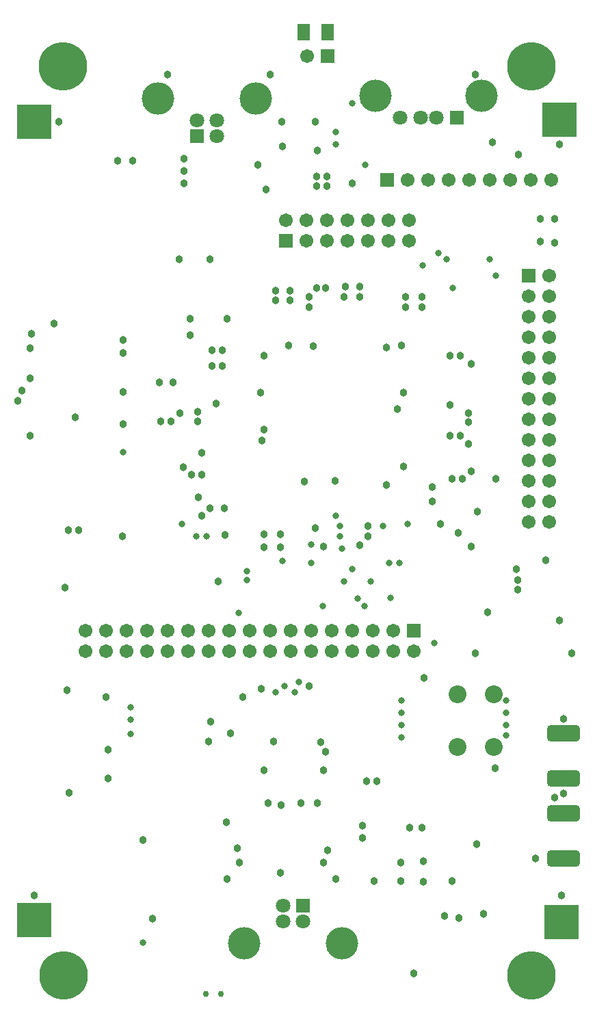
<source format=gbs>
G04*
G04 #@! TF.GenerationSoftware,Altium Limited,Altium Designer,20.0.13 (296)*
G04*
G04 Layer_Color=16711935*
%FSAX25Y25*%
%MOIN*%
G70*
G01*
G75*
%ADD40C,0.03000*%
%ADD52R,0.16800X0.16800*%
%ADD72C,0.03800*%
G04:AMPARAMS|DCode=73|XSize=76.9mil|YSize=157.61mil|CornerRadius=12.61mil|HoleSize=0mil|Usage=FLASHONLY|Rotation=90.000|XOffset=0mil|YOffset=0mil|HoleType=Round|Shape=RoundedRectangle|*
%AMROUNDEDRECTD73*
21,1,0.07690,0.13238,0,0,90.0*
21,1,0.05167,0.15761,0,0,90.0*
1,1,0.02522,0.06619,0.02584*
1,1,0.02522,0.06619,-0.02584*
1,1,0.02522,-0.06619,-0.02584*
1,1,0.02522,-0.06619,0.02584*
%
%ADD73ROUNDEDRECTD73*%
%ADD77R,0.05918X0.07887*%
%ADD79R,0.06706X0.06706*%
%ADD80C,0.06706*%
%ADD81C,0.23635*%
%ADD82C,0.08674*%
%ADD83C,0.07099*%
%ADD84R,0.07099X0.07099*%
%ADD85C,0.15761*%
%ADD86R,0.07099X0.07099*%
%ADD87R,0.06706X0.06706*%
%ADD119C,0.03200*%
D40*
X0276000Y0302000D02*
D03*
X0268500D02*
D03*
D52*
X0185000Y0338000D02*
D03*
X0442000Y0337000D02*
D03*
X0185000Y0727000D02*
D03*
X0441000Y0728000D02*
D03*
D72*
X0421000Y0711098D02*
D03*
X0225500Y0708098D02*
D03*
X0322638Y0695638D02*
D03*
X0327362Y0700362D02*
D03*
X0322638D02*
D03*
X0327362Y0695638D02*
D03*
X0431500Y0668500D02*
D03*
X0443000Y0436000D02*
D03*
Y0399500D02*
D03*
X0438500Y0397500D02*
D03*
X0429095Y0368094D02*
D03*
X0410000Y0553000D02*
D03*
X0383000Y0531000D02*
D03*
X0356575Y0549925D02*
D03*
X0434150Y0513150D02*
D03*
X0220000Y0446500D02*
D03*
X0274500Y0503000D02*
D03*
X0255500Y0660000D02*
D03*
X0270500D02*
D03*
X0294000Y0706000D02*
D03*
X0177000Y0591000D02*
D03*
X0323000Y0713000D02*
D03*
X0441000Y0484000D02*
D03*
X0364000Y0618000D02*
D03*
X0447000Y0468000D02*
D03*
X0327000Y0420000D02*
D03*
X0266500Y0535000D02*
D03*
X0228100Y0579500D02*
D03*
X0256000Y0585000D02*
D03*
X0257500Y0558500D02*
D03*
X0264500Y0581000D02*
D03*
X0266500Y0565500D02*
D03*
X0296000Y0571500D02*
D03*
X0228352Y0595248D02*
D03*
X0183000Y0602000D02*
D03*
X0228246Y0614146D02*
D03*
X0252500Y0600000D02*
D03*
X0183500Y0623500D02*
D03*
X0228100Y0620500D02*
D03*
X0197000Y0727000D02*
D03*
X0233000Y0708000D02*
D03*
X0261000Y0631000D02*
D03*
Y0623000D02*
D03*
X0258000Y0697000D02*
D03*
Y0703000D02*
D03*
Y0709000D02*
D03*
X0264500Y0585500D02*
D03*
X0271500Y0615500D02*
D03*
X0295327Y0594827D02*
D03*
X0297000Y0613000D02*
D03*
X0309000Y0618000D02*
D03*
X0302500Y0644500D02*
D03*
X0298000Y0694000D02*
D03*
X0306000Y0715000D02*
D03*
X0321000Y0617500D02*
D03*
X0356575Y0617075D02*
D03*
X0319000Y0641500D02*
D03*
X0327000Y0646000D02*
D03*
X0336500Y0646500D02*
D03*
X0408150Y0716850D02*
D03*
X0375000Y0456000D02*
D03*
X0242500Y0338500D02*
D03*
X0238000Y0377000D02*
D03*
X0221000Y0407000D02*
D03*
Y0421000D02*
D03*
X0366000Y0636500D02*
D03*
X0365000Y0559000D02*
D03*
X0326000Y0366000D02*
D03*
X0270000Y0425000D02*
D03*
X0285000Y0366000D02*
D03*
X0343500Y0520500D02*
D03*
X0365000Y0595000D02*
D03*
X0398000Y0609000D02*
D03*
X0396500Y0585000D02*
D03*
Y0580500D02*
D03*
Y0570000D02*
D03*
X0398000Y0556500D02*
D03*
X0401000Y0537000D02*
D03*
X0379000Y0542000D02*
D03*
X0362000Y0587000D02*
D03*
X0326000Y0520000D02*
D03*
X0305000Y0519500D02*
D03*
X0278000Y0525500D02*
D03*
X0179000Y0596000D02*
D03*
X0183000Y0574000D02*
D03*
X0297000Y0577000D02*
D03*
X0379000Y0549000D02*
D03*
X0398000Y0520000D02*
D03*
X0316500Y0551500D02*
D03*
X0266500Y0555000D02*
D03*
X0276500Y0608000D02*
D03*
X0206500Y0528000D02*
D03*
X0246500Y0581000D02*
D03*
X0347000Y0405500D02*
D03*
X0326016Y0410984D02*
D03*
X0324500Y0424500D02*
D03*
X0301500Y0425000D02*
D03*
X0278500Y0385500D02*
D03*
X0279000Y0358000D02*
D03*
X0332000D02*
D03*
X0305000Y0361000D02*
D03*
X0345000Y0384000D02*
D03*
X0314953Y0394953D02*
D03*
X0328000Y0372000D02*
D03*
X0331500Y0552000D02*
D03*
X0194500Y0628500D02*
D03*
X0385000Y0340000D02*
D03*
X0392000Y0339000D02*
D03*
X0374000Y0383000D02*
D03*
X0350500Y0357000D02*
D03*
X0404000Y0341000D02*
D03*
X0271000Y0434500D02*
D03*
X0297000Y0411000D02*
D03*
X0345000Y0378000D02*
D03*
X0370000Y0312000D02*
D03*
X0299000Y0395000D02*
D03*
X0305110Y0394110D02*
D03*
X0323000Y0395000D02*
D03*
X0340000Y0697000D02*
D03*
X0286500Y0446500D02*
D03*
X0183000Y0616500D02*
D03*
X0201500Y0528000D02*
D03*
X0228000Y0525000D02*
D03*
X0185000Y0350000D02*
D03*
X0442000D02*
D03*
X0441000Y0716000D02*
D03*
X0250000Y0750000D02*
D03*
X0300000D02*
D03*
X0400000D02*
D03*
X0279000Y0631000D02*
D03*
X0200000Y0500000D02*
D03*
X0201000Y0450000D02*
D03*
X0202000Y0400000D02*
D03*
X0400500Y0375000D02*
D03*
X0409500Y0412000D02*
D03*
X0319000Y0452000D02*
D03*
X0305500Y0727000D02*
D03*
X0400000Y0468000D02*
D03*
X0205000Y0583000D02*
D03*
X0284000Y0373000D02*
D03*
X0368000Y0383000D02*
D03*
X0352000Y0405500D02*
D03*
X0322000Y0727000D02*
D03*
X0406000Y0488000D02*
D03*
X0273500Y0589500D02*
D03*
X0309500Y0644500D02*
D03*
X0319000Y0636500D02*
D03*
X0322500Y0646000D02*
D03*
X0343500Y0641500D02*
D03*
X0302500Y0640000D02*
D03*
X0309500D02*
D03*
X0343500Y0646500D02*
D03*
X0366000Y0641500D02*
D03*
X0374000D02*
D03*
Y0636500D02*
D03*
X0246000Y0600000D02*
D03*
X0276500Y0615500D02*
D03*
X0271500Y0608000D02*
D03*
X0251500Y0581000D02*
D03*
X0261500Y0555000D02*
D03*
X0277500Y0538500D02*
D03*
X0265000Y0544000D02*
D03*
X0270500Y0538500D02*
D03*
X0305000Y0526000D02*
D03*
X0297000D02*
D03*
Y0519500D02*
D03*
X0322000Y0529000D02*
D03*
X0347500Y0525000D02*
D03*
Y0530000D02*
D03*
X0388500Y0553000D02*
D03*
X0393500D02*
D03*
X0387500Y0574000D02*
D03*
X0392500D02*
D03*
X0387500Y0589000D02*
D03*
Y0613000D02*
D03*
X0392500D02*
D03*
X0431500Y0679500D02*
D03*
X0438500Y0668000D02*
D03*
Y0679500D02*
D03*
X0295500Y0450500D02*
D03*
X0280500Y0429000D02*
D03*
X0336000Y0641500D02*
D03*
X0420500Y0503500D02*
D03*
Y0499000D02*
D03*
X0420000Y0509000D02*
D03*
X0391500Y0526500D02*
D03*
X0388500Y0357000D02*
D03*
X0374500Y0356500D02*
D03*
X0363500Y0357000D02*
D03*
Y0366000D02*
D03*
X0374500Y0366500D02*
D03*
D73*
X0443000Y0389906D02*
D03*
Y0368094D02*
D03*
Y0428905D02*
D03*
Y0407094D02*
D03*
D77*
X0327709Y0770500D02*
D03*
X0316291D02*
D03*
D79*
X0328000Y0759000D02*
D03*
X0307500Y0669000D02*
D03*
X0357000Y0698500D02*
D03*
X0370000Y0479000D02*
D03*
D80*
X0318000Y0759000D02*
D03*
X0307500Y0679000D02*
D03*
X0317500Y0669000D02*
D03*
Y0679000D02*
D03*
X0327500Y0669000D02*
D03*
Y0679000D02*
D03*
X0337500Y0669000D02*
D03*
Y0679000D02*
D03*
X0347500Y0669000D02*
D03*
Y0679000D02*
D03*
X0357500Y0669000D02*
D03*
Y0679000D02*
D03*
X0367500Y0669000D02*
D03*
Y0679000D02*
D03*
X0367000Y0698500D02*
D03*
X0437000D02*
D03*
X0427000D02*
D03*
X0417000D02*
D03*
X0407000D02*
D03*
X0397000D02*
D03*
X0387000D02*
D03*
X0377000D02*
D03*
X0370000Y0469000D02*
D03*
X0360000Y0479000D02*
D03*
Y0469000D02*
D03*
X0350000Y0479000D02*
D03*
Y0469000D02*
D03*
X0340000Y0479000D02*
D03*
Y0469000D02*
D03*
X0330000Y0479000D02*
D03*
Y0469000D02*
D03*
X0320000Y0479000D02*
D03*
Y0469000D02*
D03*
X0310000Y0479000D02*
D03*
Y0469000D02*
D03*
X0300000Y0479000D02*
D03*
Y0469000D02*
D03*
X0290000Y0479000D02*
D03*
Y0469000D02*
D03*
X0280000Y0479000D02*
D03*
Y0469000D02*
D03*
X0270000Y0479000D02*
D03*
Y0469000D02*
D03*
X0260000Y0479000D02*
D03*
Y0469000D02*
D03*
X0250000Y0479000D02*
D03*
Y0469000D02*
D03*
X0240000Y0479000D02*
D03*
Y0469000D02*
D03*
X0230000Y0479000D02*
D03*
Y0469000D02*
D03*
X0220000Y0479000D02*
D03*
Y0469000D02*
D03*
X0210000Y0479000D02*
D03*
Y0469000D02*
D03*
X0436000Y0532000D02*
D03*
X0426000D02*
D03*
X0436000Y0542000D02*
D03*
X0426000D02*
D03*
X0436000Y0552000D02*
D03*
X0426000D02*
D03*
X0436000Y0562000D02*
D03*
X0426000D02*
D03*
X0436000Y0572000D02*
D03*
X0426000D02*
D03*
X0436000Y0582000D02*
D03*
X0426000D02*
D03*
X0436000Y0592000D02*
D03*
X0426000D02*
D03*
X0436000Y0602000D02*
D03*
X0426000D02*
D03*
X0436000Y0612000D02*
D03*
X0426000D02*
D03*
X0436000Y0622000D02*
D03*
X0426000D02*
D03*
X0436000Y0632000D02*
D03*
X0426000D02*
D03*
X0436000Y0642000D02*
D03*
X0426000D02*
D03*
X0436000Y0652000D02*
D03*
D81*
X0199000Y0754000D02*
D03*
X0427098D02*
D03*
Y0311000D02*
D03*
X0199098D02*
D03*
D82*
X0391283Y0422409D02*
D03*
Y0448000D02*
D03*
X0409000Y0422409D02*
D03*
Y0448000D02*
D03*
D83*
X0373063Y0728858D02*
D03*
X0363221Y0728858D02*
D03*
X0380937Y0728858D02*
D03*
X0306079Y0345094D02*
D03*
X0315921Y0337221D02*
D03*
X0306079D02*
D03*
X0273921Y0727779D02*
D03*
X0264079D02*
D03*
X0273921Y0719906D02*
D03*
D84*
X0390779Y0728858D02*
D03*
D85*
X0402866Y0739528D02*
D03*
X0351134D02*
D03*
X0334701Y0326551D02*
D03*
X0287299D02*
D03*
X0292701Y0738449D02*
D03*
X0245299D02*
D03*
D86*
X0315921Y0345094D02*
D03*
X0264079Y0719906D02*
D03*
D87*
X0426000Y0652000D02*
D03*
D119*
X0382000Y0663000D02*
D03*
X0386000Y0660000D02*
D03*
X0415000Y0433000D02*
D03*
X0332000Y0722000D02*
D03*
Y0716000D02*
D03*
X0238000Y0327000D02*
D03*
X0319800Y0521000D02*
D03*
X0335000Y0519000D02*
D03*
X0334000Y0525000D02*
D03*
X0374250Y0657000D02*
D03*
X0320000Y0512000D02*
D03*
X0306000Y0513000D02*
D03*
X0336000Y0503000D02*
D03*
X0288500Y0503500D02*
D03*
X0349000Y0503000D02*
D03*
X0342500Y0494500D02*
D03*
X0346000Y0491000D02*
D03*
X0325500D02*
D03*
X0284500Y0487500D02*
D03*
X0332000Y0535000D02*
D03*
X0228100Y0566000D02*
D03*
X0269000Y0525000D02*
D03*
X0264000D02*
D03*
X0257000Y0531000D02*
D03*
X0334000Y0530000D02*
D03*
X0407000Y0660000D02*
D03*
X0410000Y0652000D02*
D03*
X0358000Y0512000D02*
D03*
X0340000Y0509000D02*
D03*
X0363000Y0512000D02*
D03*
X0380000Y0473000D02*
D03*
X0302531Y0448900D02*
D03*
X0307000Y0452000D02*
D03*
X0312000Y0449000D02*
D03*
X0364000Y0445000D02*
D03*
Y0439000D02*
D03*
Y0433000D02*
D03*
Y0427000D02*
D03*
X0314000Y0454000D02*
D03*
X0415000Y0445000D02*
D03*
Y0439000D02*
D03*
Y0428000D02*
D03*
X0389000Y0646000D02*
D03*
X0346358Y0706000D02*
D03*
X0340000Y0736000D02*
D03*
X0232000Y0441500D02*
D03*
Y0435500D02*
D03*
Y0428500D02*
D03*
X0355000Y0530000D02*
D03*
X0367000Y0531000D02*
D03*
X0358500Y0495000D02*
D03*
X0288500Y0508000D02*
D03*
M02*

</source>
